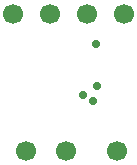
<source format=gbs>
G75*
G70*
%OFA0B0*%
%FSLAX25Y25*%
%IPPOS*%
%LPD*%
%AMOC8*
5,1,8,0,0,1.08239X$1,22.5*
%
%ADD10C,0.06693*%
%ADD17C,0.02362*%
%ADD37C,0.02913*%
X0000000Y0000000D02*
%LPD*%
G01*
D10*
X0024409Y0007087D03*
X0006929Y0052756D03*
X0043701Y0052756D03*
D17*
X0033612Y0023845D03*
X0030167Y0025912D03*
X0034793Y0028865D03*
X0034498Y0042841D03*
D10*
X0011024Y0007087D03*
X0019291Y0052756D03*
X0041339Y0007087D03*
X0031496Y0052756D03*
X0003297Y0018432D02*
G01*
G75*
D37*
X0034498Y0042841D02*
D03*
X0034793Y0028865D02*
D03*
X0033612Y0023845D02*
D03*
X0030167Y0025912D02*
D03*
M02*

</source>
